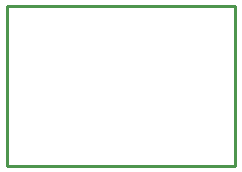
<source format=gko>
G04 Layer: BoardOutline*
G04 EasyEDA v6.4.7, 2021-01-18T10:53:27+01:00*
G04 ca9b9a0dce2c468c998d6246f507db70,8dc9eacff13444d6b60fd3cb587e6cd5,01*
G04 Gerber Generator version 0.2*
G04 Scale: 100 percent, Rotated: No, Reflected: No *
G04 Dimensions in inches *
G04 leading zeros omitted , absolute positions ,2 integer and 4 decimal *
%FSLAX24Y24*%
%MOIN*%
G90*
D02*

%ADD10C,0.010000*%
G54D10*
G01X0Y0D02*
G01X7598Y0D01*
G01X7598Y5354D01*
G01X0Y5354D01*
G01X0Y0D01*

%LPD*%
M00*
M02*

</source>
